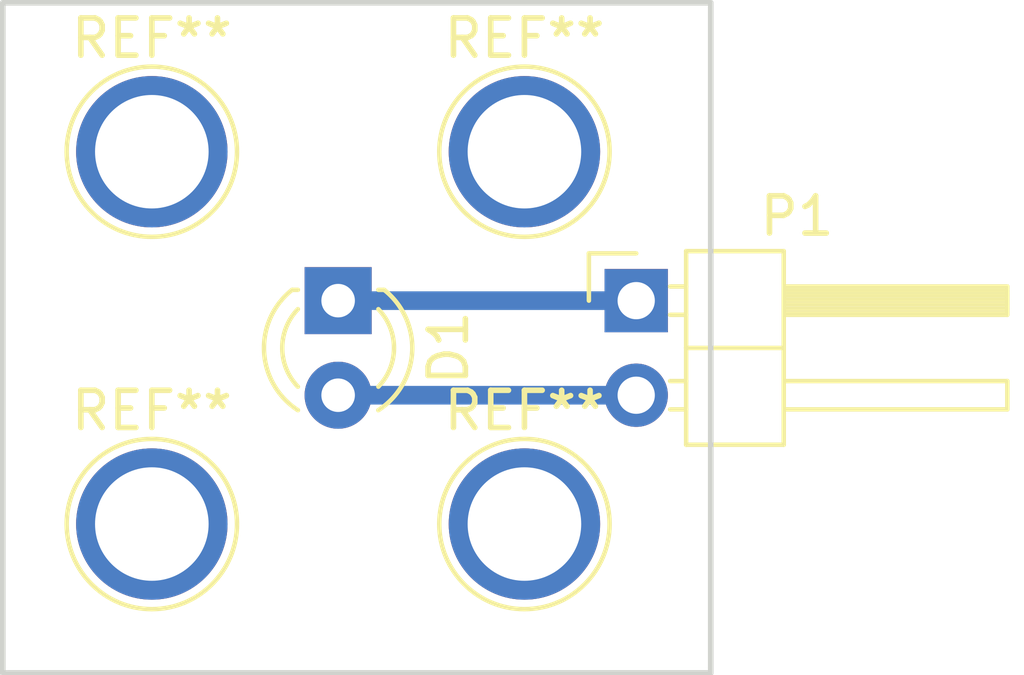
<source format=kicad_pcb>
(kicad_pcb (version 4) (host pcbnew 4.0.2-stable)

  (general
    (links 2)
    (no_connects 0)
    (area 132.924999 101.827 160.625001 120.075001)
    (thickness 1.6)
    (drawings 4)
    (tracks 2)
    (zones 0)
    (modules 6)
    (nets 3)
  )

  (page A4)
  (layers
    (0 F.Cu signal)
    (31 B.Cu signal)
    (32 B.Adhes user)
    (33 F.Adhes user)
    (34 B.Paste user)
    (35 F.Paste user)
    (36 B.SilkS user)
    (37 F.SilkS user)
    (38 B.Mask user)
    (39 F.Mask user)
    (40 Dwgs.User user)
    (41 Cmts.User user)
    (42 Eco1.User user)
    (43 Eco2.User user)
    (44 Edge.Cuts user)
    (45 Margin user)
    (46 B.CrtYd user)
    (47 F.CrtYd user)
    (48 B.Fab user)
    (49 F.Fab user)
  )

  (setup
    (last_trace_width 0.5)
    (trace_clearance 0.2)
    (zone_clearance 0.508)
    (zone_45_only no)
    (trace_min 0.2)
    (segment_width 0.2)
    (edge_width 0.15)
    (via_size 0.6)
    (via_drill 0.4)
    (via_min_size 0.4)
    (via_min_drill 0.3)
    (uvia_size 0.3)
    (uvia_drill 0.1)
    (uvias_allowed no)
    (uvia_min_size 0.2)
    (uvia_min_drill 0.1)
    (pcb_text_width 0.3)
    (pcb_text_size 1.5 1.5)
    (mod_edge_width 0.15)
    (mod_text_size 1 1)
    (mod_text_width 0.15)
    (pad_size 1.524 1.524)
    (pad_drill 0.762)
    (pad_to_mask_clearance 0.2)
    (aux_axis_origin 0 0)
    (visible_elements 7FFFFFFF)
    (pcbplotparams
      (layerselection 0x00030_80000001)
      (usegerberextensions false)
      (excludeedgelayer true)
      (linewidth 0.100000)
      (plotframeref false)
      (viasonmask false)
      (mode 1)
      (useauxorigin false)
      (hpglpennumber 1)
      (hpglpenspeed 20)
      (hpglpendiameter 15)
      (hpglpenoverlay 2)
      (psnegative false)
      (psa4output false)
      (plotreference true)
      (plotvalue true)
      (plotinvisibletext false)
      (padsonsilk false)
      (subtractmaskfromsilk false)
      (outputformat 1)
      (mirror false)
      (drillshape 0)
      (scaleselection 1)
      (outputdirectory Gerbers/))
  )

  (net 0 "")
  (net 1 "Net-(D1-Pad1)")
  (net 2 "Net-(D1-Pad2)")

  (net_class Default "This is the default net class."
    (clearance 0.2)
    (trace_width 0.5)
    (via_dia 0.6)
    (via_drill 0.4)
    (uvia_dia 0.3)
    (uvia_drill 0.1)
    (add_net "Net-(D1-Pad1)")
    (add_net "Net-(D1-Pad2)")
  )

  (module LEDs:LED_D3.0mm (layer F.Cu) (tedit 587A3A7B) (tstamp 5942F68E)
    (at 142 110 270)
    (descr "LED, diameter 3.0mm, 2 pins")
    (tags "LED diameter 3.0mm 2 pins")
    (path /5942F5A8)
    (fp_text reference D1 (at 1.27 -2.96 270) (layer F.SilkS)
      (effects (font (size 1 1) (thickness 0.15)))
    )
    (fp_text value LED (at 1.27 2.96 270) (layer F.Fab)
      (effects (font (size 1 1) (thickness 0.15)))
    )
    (fp_arc (start 1.27 0) (end -0.23 -1.16619) (angle 284.3) (layer F.Fab) (width 0.1))
    (fp_arc (start 1.27 0) (end -0.29 -1.235516) (angle 108.8) (layer F.SilkS) (width 0.12))
    (fp_arc (start 1.27 0) (end -0.29 1.235516) (angle -108.8) (layer F.SilkS) (width 0.12))
    (fp_arc (start 1.27 0) (end 0.229039 -1.08) (angle 87.9) (layer F.SilkS) (width 0.12))
    (fp_arc (start 1.27 0) (end 0.229039 1.08) (angle -87.9) (layer F.SilkS) (width 0.12))
    (fp_circle (center 1.27 0) (end 2.77 0) (layer F.Fab) (width 0.1))
    (fp_line (start -0.23 -1.16619) (end -0.23 1.16619) (layer F.Fab) (width 0.1))
    (fp_line (start -0.29 -1.236) (end -0.29 -1.08) (layer F.SilkS) (width 0.12))
    (fp_line (start -0.29 1.08) (end -0.29 1.236) (layer F.SilkS) (width 0.12))
    (fp_line (start -1.15 -2.25) (end -1.15 2.25) (layer F.CrtYd) (width 0.05))
    (fp_line (start -1.15 2.25) (end 3.7 2.25) (layer F.CrtYd) (width 0.05))
    (fp_line (start 3.7 2.25) (end 3.7 -2.25) (layer F.CrtYd) (width 0.05))
    (fp_line (start 3.7 -2.25) (end -1.15 -2.25) (layer F.CrtYd) (width 0.05))
    (pad 1 thru_hole rect (at 0 0 270) (size 1.8 1.8) (drill 0.9) (layers *.Cu *.Mask)
      (net 1 "Net-(D1-Pad1)"))
    (pad 2 thru_hole circle (at 2.54 0 270) (size 1.8 1.8) (drill 0.9) (layers *.Cu *.Mask)
      (net 2 "Net-(D1-Pad2)"))
    (model LEDs.3dshapes/LED_D3.0mm.wrl
      (at (xyz 0 0 0))
      (scale (xyz 0.393701 0.393701 0.393701))
      (rotate (xyz 0 0 0))
    )
  )

  (module Pin_Headers:Pin_Header_Angled_1x02_Pitch2.54mm (layer F.Cu) (tedit 58CD4EC1) (tstamp 5942F694)
    (at 150 110)
    (descr "Through hole angled pin header, 1x02, 2.54mm pitch, 6mm pin length, single row")
    (tags "Through hole angled pin header THT 1x02 2.54mm single row")
    (path /5942F620)
    (fp_text reference P1 (at 4.315 -2.27) (layer F.SilkS)
      (effects (font (size 1 1) (thickness 0.15)))
    )
    (fp_text value CONN_01X02 (at 4.315 4.81) (layer F.Fab)
      (effects (font (size 1 1) (thickness 0.15)))
    )
    (fp_line (start 1.4 -1.27) (end 1.4 1.27) (layer F.Fab) (width 0.1))
    (fp_line (start 1.4 1.27) (end 3.9 1.27) (layer F.Fab) (width 0.1))
    (fp_line (start 3.9 1.27) (end 3.9 -1.27) (layer F.Fab) (width 0.1))
    (fp_line (start 3.9 -1.27) (end 1.4 -1.27) (layer F.Fab) (width 0.1))
    (fp_line (start 0 -0.32) (end 0 0.32) (layer F.Fab) (width 0.1))
    (fp_line (start 0 0.32) (end 9.9 0.32) (layer F.Fab) (width 0.1))
    (fp_line (start 9.9 0.32) (end 9.9 -0.32) (layer F.Fab) (width 0.1))
    (fp_line (start 9.9 -0.32) (end 0 -0.32) (layer F.Fab) (width 0.1))
    (fp_line (start 1.4 1.27) (end 1.4 3.81) (layer F.Fab) (width 0.1))
    (fp_line (start 1.4 3.81) (end 3.9 3.81) (layer F.Fab) (width 0.1))
    (fp_line (start 3.9 3.81) (end 3.9 1.27) (layer F.Fab) (width 0.1))
    (fp_line (start 3.9 1.27) (end 1.4 1.27) (layer F.Fab) (width 0.1))
    (fp_line (start 0 2.22) (end 0 2.86) (layer F.Fab) (width 0.1))
    (fp_line (start 0 2.86) (end 9.9 2.86) (layer F.Fab) (width 0.1))
    (fp_line (start 9.9 2.86) (end 9.9 2.22) (layer F.Fab) (width 0.1))
    (fp_line (start 9.9 2.22) (end 0 2.22) (layer F.Fab) (width 0.1))
    (fp_line (start 1.34 -1.33) (end 1.34 1.27) (layer F.SilkS) (width 0.12))
    (fp_line (start 1.34 1.27) (end 3.96 1.27) (layer F.SilkS) (width 0.12))
    (fp_line (start 3.96 1.27) (end 3.96 -1.33) (layer F.SilkS) (width 0.12))
    (fp_line (start 3.96 -1.33) (end 1.34 -1.33) (layer F.SilkS) (width 0.12))
    (fp_line (start 3.96 -0.38) (end 3.96 0.38) (layer F.SilkS) (width 0.12))
    (fp_line (start 3.96 0.38) (end 9.96 0.38) (layer F.SilkS) (width 0.12))
    (fp_line (start 9.96 0.38) (end 9.96 -0.38) (layer F.SilkS) (width 0.12))
    (fp_line (start 9.96 -0.38) (end 3.96 -0.38) (layer F.SilkS) (width 0.12))
    (fp_line (start 0.91 -0.38) (end 1.34 -0.38) (layer F.SilkS) (width 0.12))
    (fp_line (start 0.91 0.38) (end 1.34 0.38) (layer F.SilkS) (width 0.12))
    (fp_line (start 3.96 -0.26) (end 9.96 -0.26) (layer F.SilkS) (width 0.12))
    (fp_line (start 3.96 -0.14) (end 9.96 -0.14) (layer F.SilkS) (width 0.12))
    (fp_line (start 3.96 -0.02) (end 9.96 -0.02) (layer F.SilkS) (width 0.12))
    (fp_line (start 3.96 0.1) (end 9.96 0.1) (layer F.SilkS) (width 0.12))
    (fp_line (start 3.96 0.22) (end 9.96 0.22) (layer F.SilkS) (width 0.12))
    (fp_line (start 3.96 0.34) (end 9.96 0.34) (layer F.SilkS) (width 0.12))
    (fp_line (start 1.34 1.27) (end 1.34 3.87) (layer F.SilkS) (width 0.12))
    (fp_line (start 1.34 3.87) (end 3.96 3.87) (layer F.SilkS) (width 0.12))
    (fp_line (start 3.96 3.87) (end 3.96 1.27) (layer F.SilkS) (width 0.12))
    (fp_line (start 3.96 1.27) (end 1.34 1.27) (layer F.SilkS) (width 0.12))
    (fp_line (start 3.96 2.16) (end 3.96 2.92) (layer F.SilkS) (width 0.12))
    (fp_line (start 3.96 2.92) (end 9.96 2.92) (layer F.SilkS) (width 0.12))
    (fp_line (start 9.96 2.92) (end 9.96 2.16) (layer F.SilkS) (width 0.12))
    (fp_line (start 9.96 2.16) (end 3.96 2.16) (layer F.SilkS) (width 0.12))
    (fp_line (start 0.91 2.16) (end 1.34 2.16) (layer F.SilkS) (width 0.12))
    (fp_line (start 0.91 2.92) (end 1.34 2.92) (layer F.SilkS) (width 0.12))
    (fp_line (start -1.27 0) (end -1.27 -1.27) (layer F.SilkS) (width 0.12))
    (fp_line (start -1.27 -1.27) (end 0 -1.27) (layer F.SilkS) (width 0.12))
    (fp_line (start -1.8 -1.8) (end -1.8 4.35) (layer F.CrtYd) (width 0.05))
    (fp_line (start -1.8 4.35) (end 10.4 4.35) (layer F.CrtYd) (width 0.05))
    (fp_line (start 10.4 4.35) (end 10.4 -1.8) (layer F.CrtYd) (width 0.05))
    (fp_line (start 10.4 -1.8) (end -1.8 -1.8) (layer F.CrtYd) (width 0.05))
    (fp_text user %R (at 4.315 -2.27) (layer F.Fab)
      (effects (font (size 1 1) (thickness 0.15)))
    )
    (pad 1 thru_hole rect (at 0 0) (size 1.7 1.7) (drill 1) (layers *.Cu *.Mask)
      (net 1 "Net-(D1-Pad1)"))
    (pad 2 thru_hole oval (at 0 2.54) (size 1.7 1.7) (drill 1) (layers *.Cu *.Mask)
      (net 2 "Net-(D1-Pad2)"))
    (model ${KISYS3DMOD}/Pin_Headers.3dshapes/Pin_Header_Angled_1x02_Pitch2.54mm.wrl
      (at (xyz 0 -0.05 0))
      (scale (xyz 1 1 1))
      (rotate (xyz 0 0 90))
    )
  )

  (module Connect:1pin (layer F.Cu) (tedit 5861332C) (tstamp 5942F704)
    (at 137 116)
    (descr "module 1 pin (ou trou mecanique de percage)")
    (tags DEV)
    (fp_text reference REF** (at 0 -3.048) (layer F.SilkS)
      (effects (font (size 1 1) (thickness 0.15)))
    )
    (fp_text value 1pin (at 0 3) (layer F.Fab)
      (effects (font (size 1 1) (thickness 0.15)))
    )
    (fp_circle (center 0 0) (end 2 0.8) (layer F.Fab) (width 0.1))
    (fp_circle (center 0 0) (end 2.6 0) (layer F.CrtYd) (width 0.05))
    (fp_circle (center 0 0) (end 0 -2.286) (layer F.SilkS) (width 0.12))
    (pad 1 thru_hole circle (at 0 0) (size 4.064 4.064) (drill 3.048) (layers *.Cu *.Mask))
  )

  (module Connect:1pin (layer F.Cu) (tedit 5861332C) (tstamp 5942F706)
    (at 137 106)
    (descr "module 1 pin (ou trou mecanique de percage)")
    (tags DEV)
    (fp_text reference REF** (at 0 -3.048) (layer F.SilkS)
      (effects (font (size 1 1) (thickness 0.15)))
    )
    (fp_text value 1pin (at 0 3) (layer F.Fab)
      (effects (font (size 1 1) (thickness 0.15)))
    )
    (fp_circle (center 0 0) (end 2 0.8) (layer F.Fab) (width 0.1))
    (fp_circle (center 0 0) (end 2.6 0) (layer F.CrtYd) (width 0.05))
    (fp_circle (center 0 0) (end 0 -2.286) (layer F.SilkS) (width 0.12))
    (pad 1 thru_hole circle (at 0 0) (size 4.064 4.064) (drill 3.048) (layers *.Cu *.Mask))
  )

  (module Connect:1pin (layer F.Cu) (tedit 5861332C) (tstamp 5942F715)
    (at 147 116)
    (descr "module 1 pin (ou trou mecanique de percage)")
    (tags DEV)
    (fp_text reference REF** (at 0 -3.048) (layer F.SilkS)
      (effects (font (size 1 1) (thickness 0.15)))
    )
    (fp_text value 1pin (at 0 3) (layer F.Fab)
      (effects (font (size 1 1) (thickness 0.15)))
    )
    (fp_circle (center 0 0) (end 2 0.8) (layer F.Fab) (width 0.1))
    (fp_circle (center 0 0) (end 2.6 0) (layer F.CrtYd) (width 0.05))
    (fp_circle (center 0 0) (end 0 -2.286) (layer F.SilkS) (width 0.12))
    (pad 1 thru_hole circle (at 0 0) (size 4.064 4.064) (drill 3.048) (layers *.Cu *.Mask))
  )

  (module Connect:1pin (layer F.Cu) (tedit 5861332C) (tstamp 5942F71D)
    (at 147 106)
    (descr "module 1 pin (ou trou mecanique de percage)")
    (tags DEV)
    (fp_text reference REF** (at 0 -3.048) (layer F.SilkS)
      (effects (font (size 1 1) (thickness 0.15)))
    )
    (fp_text value 1pin (at 0 3) (layer F.Fab)
      (effects (font (size 1 1) (thickness 0.15)))
    )
    (fp_circle (center 0 0) (end 2 0.8) (layer F.Fab) (width 0.1))
    (fp_circle (center 0 0) (end 2.6 0) (layer F.CrtYd) (width 0.05))
    (fp_circle (center 0 0) (end 0 -2.286) (layer F.SilkS) (width 0.12))
    (pad 1 thru_hole circle (at 0 0) (size 4.064 4.064) (drill 3.048) (layers *.Cu *.Mask))
  )

  (gr_line (start 152 102) (end 133 102) (angle 90) (layer Edge.Cuts) (width 0.15))
  (gr_line (start 152 120) (end 152 102) (angle 90) (layer Edge.Cuts) (width 0.15))
  (gr_line (start 133 120) (end 152 120) (angle 90) (layer Edge.Cuts) (width 0.15))
  (gr_line (start 133 102) (end 133 120) (angle 90) (layer Edge.Cuts) (width 0.15))

  (segment (start 142 110) (end 150 110) (width 0.5) (layer B.Cu) (net 1))
  (segment (start 142 112.54) (end 150 112.54) (width 0.5) (layer B.Cu) (net 2))

)

</source>
